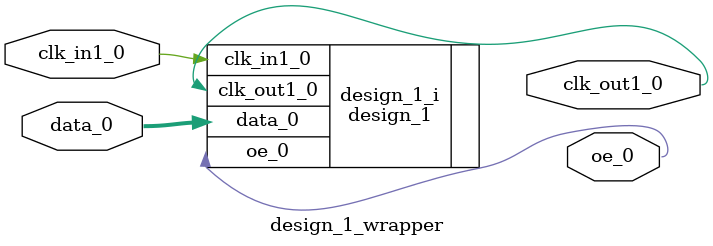
<source format=v>
`timescale 1 ps / 1 ps

module design_1_wrapper
   (clk_in1_0,
    clk_out1_0,
    data_0,
    oe_0);
  input clk_in1_0;
  output clk_out1_0;
  input [7:0]data_0;
  output oe_0;

  wire clk_in1_0;
  wire clk_out1_0;
  wire [7:0]data_0;
  wire oe_0;

  design_1 design_1_i
       (.clk_in1_0(clk_in1_0),
        .clk_out1_0(clk_out1_0),
        .data_0(data_0),
        .oe_0(oe_0));
endmodule

</source>
